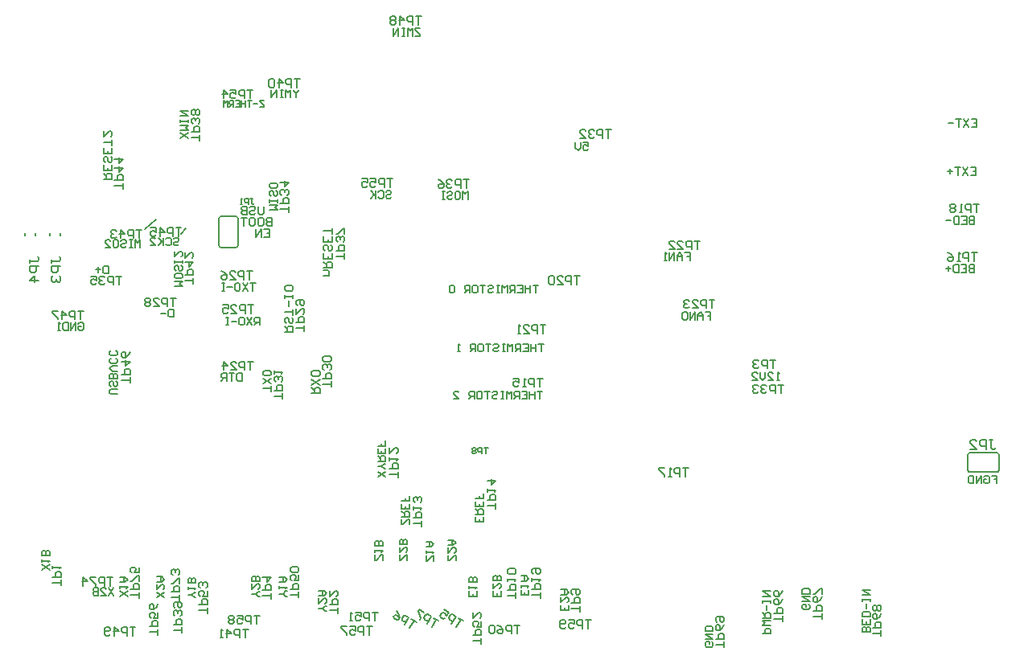
<source format=gbo>
G04 Layer_Color=32896*
%FSLAX25Y25*%
%MOIN*%
G70*
G01*
G75*
%ADD11C,0.00800*%
%ADD64C,0.00600*%
%ADD91C,0.00700*%
%ADD151C,0.00500*%
%ADD155C,0.00787*%
G54D11*
X-20100Y-38900D02*
X-18400Y-36600D01*
X-35300Y-36900D02*
X-30600Y-32900D01*
G54D64*
X2394Y-44784D02*
X3101Y-44491D01*
X3394Y-43784D01*
Y-32784D02*
X3101Y-32077D01*
X2394Y-31784D01*
X-3606D02*
X-4313Y-32077D01*
X-4606Y-32784D01*
Y-43784D02*
X-4313Y-44491D01*
X-3606Y-44784D01*
X305675Y-136825D02*
X305968Y-137532D01*
X306675Y-137825D01*
X317675D02*
X318382Y-137532D01*
X318675Y-136825D01*
Y-130825D02*
X318382Y-130118D01*
X317675Y-129825D01*
X306675D02*
X305968Y-130118D01*
X305675Y-130825D01*
X-4606Y-43784D02*
Y-32784D01*
X-3606Y-31784D02*
X2394D01*
X-3606Y-44784D02*
X2394D01*
X3394Y-43784D02*
Y-32784D01*
X306675Y-129825D02*
X317675D01*
X318675Y-136825D02*
Y-130825D01*
X305675Y-136825D02*
Y-130825D01*
X306675Y-137825D02*
X317675D01*
X120200Y-201201D02*
X117867D01*
X119034D01*
Y-204700D01*
X116701D02*
Y-201201D01*
X114952D01*
X114369Y-201784D01*
Y-202951D01*
X114952Y-203534D01*
X116701D01*
X110870Y-201201D02*
X112036Y-201784D01*
X113202Y-202951D01*
Y-204117D01*
X112619Y-204700D01*
X111453D01*
X110870Y-204117D01*
Y-203534D01*
X111453Y-202951D01*
X113202D01*
X109703Y-201784D02*
X109120Y-201201D01*
X107954D01*
X107371Y-201784D01*
Y-204117D01*
X107954Y-204700D01*
X109120D01*
X109703Y-204117D01*
Y-201784D01*
X149700Y-199101D02*
X147367D01*
X148534D01*
Y-202600D01*
X146201D02*
Y-199101D01*
X144452D01*
X143869Y-199684D01*
Y-200851D01*
X144452Y-201434D01*
X146201D01*
X140370Y-199101D02*
X142702D01*
Y-200851D01*
X141536Y-200267D01*
X140953D01*
X140370Y-200851D01*
Y-202017D01*
X140953Y-202600D01*
X142119D01*
X142702Y-202017D01*
X139203D02*
X138620Y-202600D01*
X137454D01*
X136871Y-202017D01*
Y-199684D01*
X137454Y-199101D01*
X138620D01*
X139203Y-199684D01*
Y-200267D01*
X138620Y-200851D01*
X136871D01*
X12300Y-197201D02*
X9967D01*
X11134D01*
Y-200700D01*
X8801D02*
Y-197201D01*
X7052D01*
X6469Y-197784D01*
Y-198951D01*
X7052Y-199534D01*
X8801D01*
X2970Y-197201D02*
X5302D01*
Y-198951D01*
X4136Y-198367D01*
X3553D01*
X2970Y-198951D01*
Y-200117D01*
X3553Y-200700D01*
X4719D01*
X5302Y-200117D01*
X1803Y-197784D02*
X1220Y-197201D01*
X54D01*
X-529Y-197784D01*
Y-198367D01*
X54Y-198951D01*
X-529Y-199534D01*
Y-200117D01*
X54Y-200700D01*
X1220D01*
X1803Y-200117D01*
Y-199534D01*
X1220Y-198951D01*
X1803Y-198367D01*
Y-197784D01*
X1220Y-198951D02*
X54D01*
X59000Y-201801D02*
X56667D01*
X57834D01*
Y-205300D01*
X55501D02*
Y-201801D01*
X53752D01*
X53169Y-202384D01*
Y-203551D01*
X53752Y-204134D01*
X55501D01*
X49670Y-201801D02*
X52002D01*
Y-203551D01*
X50836Y-202967D01*
X50253D01*
X49670Y-203551D01*
Y-204717D01*
X50253Y-205300D01*
X51419D01*
X52002Y-204717D01*
X48503Y-201801D02*
X46171D01*
Y-202384D01*
X48503Y-204717D01*
Y-205300D01*
X-29801D02*
Y-202967D01*
Y-204134D01*
X-33300D01*
Y-201801D02*
X-29801D01*
Y-200052D01*
X-30384Y-199469D01*
X-31551D01*
X-32134Y-200052D01*
Y-201801D01*
X-29801Y-195970D02*
Y-198302D01*
X-31551D01*
X-30967Y-197136D01*
Y-196553D01*
X-31551Y-195970D01*
X-32717D01*
X-33300Y-196553D01*
Y-197719D01*
X-32717Y-198302D01*
X-29801Y-192471D02*
X-30384Y-193637D01*
X-31551Y-194803D01*
X-32717D01*
X-33300Y-194220D01*
Y-193054D01*
X-32717Y-192471D01*
X-32134D01*
X-31551Y-193054D01*
Y-194803D01*
X-39100Y-202101D02*
X-41433D01*
X-40266D01*
Y-205600D01*
X-42599D02*
Y-202101D01*
X-44348D01*
X-44932Y-202684D01*
Y-203851D01*
X-44348Y-204434D01*
X-42599D01*
X-47847Y-205600D02*
Y-202101D01*
X-46098Y-203851D01*
X-48430D01*
X-49597Y-205017D02*
X-50180Y-205600D01*
X-51346D01*
X-51929Y-205017D01*
Y-202684D01*
X-51346Y-202101D01*
X-50180D01*
X-49597Y-202684D01*
Y-203267D01*
X-50180Y-203851D01*
X-51929D01*
X7600Y-202901D02*
X5267D01*
X6434D01*
Y-206400D01*
X4101D02*
Y-202901D01*
X2352D01*
X1769Y-203484D01*
Y-204651D01*
X2352Y-205234D01*
X4101D01*
X-1147Y-206400D02*
Y-202901D01*
X602Y-204651D01*
X-1730D01*
X-2897Y-206400D02*
X-4063D01*
X-3480D01*
Y-202901D01*
X-2897Y-203484D01*
X-19901Y-204500D02*
Y-202167D01*
Y-203334D01*
X-23400D01*
Y-201001D02*
X-19901D01*
Y-199252D01*
X-20484Y-198669D01*
X-21651D01*
X-22234Y-199252D01*
Y-201001D01*
X-20484Y-197502D02*
X-19901Y-196919D01*
Y-195753D01*
X-20484Y-195170D01*
X-21067D01*
X-21651Y-195753D01*
Y-196336D01*
Y-195753D01*
X-22234Y-195170D01*
X-22817D01*
X-23400Y-195753D01*
Y-196919D01*
X-22817Y-197502D01*
Y-194003D02*
X-23400Y-193420D01*
Y-192254D01*
X-22817Y-191671D01*
X-20484D01*
X-19901Y-192254D01*
Y-193420D01*
X-20484Y-194003D01*
X-21067D01*
X-21651Y-193420D01*
Y-191671D01*
X67400Y-16101D02*
X65067D01*
X66234D01*
Y-19600D01*
X63901D02*
Y-16101D01*
X62152D01*
X61569Y-16684D01*
Y-17851D01*
X62152Y-18434D01*
X63901D01*
X58070Y-16101D02*
X60402D01*
Y-17851D01*
X59236Y-17267D01*
X58653D01*
X58070Y-17851D01*
Y-19017D01*
X58653Y-19600D01*
X59819D01*
X60402Y-19017D01*
X54571Y-16101D02*
X56903D01*
Y-17851D01*
X55737Y-17267D01*
X55154D01*
X54571Y-17851D01*
Y-19017D01*
X55154Y-19600D01*
X56320D01*
X56903Y-19017D01*
X9500Y20699D02*
X7167D01*
X8334D01*
Y17200D01*
X6001D02*
Y20699D01*
X4252D01*
X3669Y20116D01*
Y18949D01*
X4252Y18366D01*
X6001D01*
X170Y20699D02*
X2502D01*
Y18949D01*
X1336Y19533D01*
X753D01*
X170Y18949D01*
Y17783D01*
X753Y17200D01*
X1919D01*
X2502Y17783D01*
X-2746Y17200D02*
Y20699D01*
X-997Y18949D01*
X-3329D01*
X-44800Y-56601D02*
X-47133D01*
X-45966D01*
Y-60100D01*
X-48299D02*
Y-56601D01*
X-50048D01*
X-50631Y-57184D01*
Y-58351D01*
X-50048Y-58934D01*
X-48299D01*
X-51798Y-57184D02*
X-52381Y-56601D01*
X-53547D01*
X-54130Y-57184D01*
Y-57767D01*
X-53547Y-58351D01*
X-52964D01*
X-53547D01*
X-54130Y-58934D01*
Y-59517D01*
X-53547Y-60100D01*
X-52381D01*
X-51798Y-59517D01*
X-57629Y-56601D02*
X-55297D01*
Y-58351D01*
X-56463Y-57767D01*
X-57046D01*
X-57629Y-58351D01*
Y-59517D01*
X-57046Y-60100D01*
X-55880D01*
X-55297Y-59517D01*
X-22400Y-65601D02*
X-24733D01*
X-23566D01*
Y-69100D01*
X-25899D02*
Y-65601D01*
X-27648D01*
X-28231Y-66184D01*
Y-67351D01*
X-27648Y-67934D01*
X-25899D01*
X-31730Y-69100D02*
X-29398D01*
X-31730Y-66767D01*
Y-66184D01*
X-31147Y-65601D01*
X-29981D01*
X-29398Y-66184D01*
X-32897D02*
X-33480Y-65601D01*
X-34646D01*
X-35229Y-66184D01*
Y-66767D01*
X-34646Y-67351D01*
X-35229Y-67934D01*
Y-68517D01*
X-34646Y-69100D01*
X-33480D01*
X-32897Y-68517D01*
Y-67934D01*
X-33480Y-67351D01*
X-32897Y-66767D01*
Y-66184D01*
X-33480Y-67351D02*
X-34646D01*
X110199Y-152900D02*
Y-150567D01*
Y-151734D01*
X106700D01*
Y-149401D02*
X110199D01*
Y-147652D01*
X109616Y-147069D01*
X108449D01*
X107866Y-147652D01*
Y-149401D01*
X106700Y-145902D02*
Y-144736D01*
Y-145319D01*
X110199D01*
X109616Y-145902D01*
X106700Y-141237D02*
X110199D01*
X108449Y-142987D01*
Y-140654D01*
X79499Y-160300D02*
Y-157967D01*
Y-159134D01*
X76000D01*
Y-156801D02*
X79499D01*
Y-155052D01*
X78916Y-154469D01*
X77749D01*
X77166Y-155052D01*
Y-156801D01*
X76000Y-153302D02*
Y-152136D01*
Y-152719D01*
X79499D01*
X78916Y-153302D01*
Y-150387D02*
X79499Y-149803D01*
Y-148637D01*
X78916Y-148054D01*
X78333D01*
X77749Y-148637D01*
Y-149220D01*
Y-148637D01*
X77166Y-148054D01*
X76583D01*
X76000Y-148637D01*
Y-149803D01*
X76583Y-150387D01*
X69599Y-140000D02*
Y-137667D01*
Y-138834D01*
X66100D01*
Y-136501D02*
X69599D01*
Y-134752D01*
X69016Y-134169D01*
X67849D01*
X67266Y-134752D01*
Y-136501D01*
X66100Y-133002D02*
Y-131836D01*
Y-132419D01*
X69599D01*
X69016Y-133002D01*
X66100Y-127754D02*
Y-130087D01*
X68433Y-127754D01*
X69016D01*
X69599Y-128337D01*
Y-129503D01*
X69016Y-130087D01*
X-20801Y-191000D02*
Y-188667D01*
Y-189834D01*
X-24300D01*
Y-187501D02*
X-20801D01*
Y-185752D01*
X-21384Y-185169D01*
X-22551D01*
X-23134Y-185752D01*
Y-187501D01*
X-20801Y-184002D02*
Y-181670D01*
X-21384D01*
X-23717Y-184002D01*
X-24300D01*
X-21384Y-180503D02*
X-20801Y-179920D01*
Y-178754D01*
X-21384Y-178171D01*
X-21967D01*
X-22551Y-178754D01*
Y-179337D01*
Y-178754D01*
X-23134Y-178171D01*
X-23717D01*
X-24300Y-178754D01*
Y-179920D01*
X-23717Y-180503D01*
X-48600Y-181401D02*
X-50933D01*
X-49766D01*
Y-184900D01*
X-52099D02*
Y-181401D01*
X-53848D01*
X-54431Y-181984D01*
Y-183151D01*
X-53848Y-183734D01*
X-52099D01*
X-55598Y-181401D02*
X-57930D01*
Y-181984D01*
X-55598Y-184317D01*
Y-184900D01*
X-60846D02*
Y-181401D01*
X-59097Y-183151D01*
X-61429D01*
X-37726Y-190025D02*
Y-187693D01*
Y-188859D01*
X-41225D01*
Y-186526D02*
X-37726D01*
Y-184777D01*
X-38309Y-184194D01*
X-39476D01*
X-40059Y-184777D01*
Y-186526D01*
X-37726Y-183028D02*
Y-180695D01*
X-38309D01*
X-40642Y-183028D01*
X-41225D01*
X-37726Y-177196D02*
Y-179529D01*
X-39476D01*
X-38893Y-178362D01*
Y-177779D01*
X-39476Y-177196D01*
X-40642D01*
X-41225Y-177779D01*
Y-178946D01*
X-40642Y-179529D01*
X158000Y4199D02*
X155667D01*
X156834D01*
Y700D01*
X154501D02*
Y4199D01*
X152752D01*
X152169Y3616D01*
Y2449D01*
X152752Y1866D01*
X154501D01*
X151002Y3616D02*
X150419Y4199D01*
X149253D01*
X148670Y3616D01*
Y3033D01*
X149253Y2449D01*
X149836D01*
X149253D01*
X148670Y1866D01*
Y1283D01*
X149253Y700D01*
X150419D01*
X151002Y1283D01*
X145171Y700D02*
X147503D01*
X145171Y3033D01*
Y3616D01*
X145754Y4199D01*
X146920D01*
X147503Y3616D01*
X21899Y-107400D02*
Y-105067D01*
Y-106234D01*
X18400D01*
Y-103901D02*
X21899D01*
Y-102152D01*
X21316Y-101569D01*
X20149D01*
X19566Y-102152D01*
Y-103901D01*
X21316Y-100402D02*
X21899Y-99819D01*
Y-98653D01*
X21316Y-98070D01*
X20733D01*
X20149Y-98653D01*
Y-99236D01*
Y-98653D01*
X19566Y-98070D01*
X18983D01*
X18400Y-98653D01*
Y-99819D01*
X18983Y-100402D01*
X18400Y-96903D02*
Y-95737D01*
Y-96320D01*
X21899D01*
X21316Y-96903D01*
X41999Y-102500D02*
Y-100167D01*
Y-101334D01*
X38500D01*
Y-99001D02*
X41999D01*
Y-97252D01*
X41416Y-96669D01*
X40249D01*
X39666Y-97252D01*
Y-99001D01*
X41416Y-95502D02*
X41999Y-94919D01*
Y-93753D01*
X41416Y-93170D01*
X40833D01*
X40249Y-93753D01*
Y-94336D01*
Y-93753D01*
X39666Y-93170D01*
X39083D01*
X38500Y-93753D01*
Y-94919D01*
X39083Y-95502D01*
X41416Y-92003D02*
X41999Y-91420D01*
Y-90254D01*
X41416Y-89671D01*
X39083D01*
X38500Y-90254D01*
Y-91420D01*
X39083Y-92003D01*
X41416D01*
X30899Y-79200D02*
Y-76867D01*
Y-78034D01*
X27400D01*
Y-75701D02*
X30899D01*
Y-73952D01*
X30316Y-73369D01*
X29149D01*
X28566Y-73952D01*
Y-75701D01*
X27400Y-69870D02*
Y-72202D01*
X29733Y-69870D01*
X30316D01*
X30899Y-70453D01*
Y-71619D01*
X30316Y-72202D01*
X27983Y-68703D02*
X27400Y-68120D01*
Y-66954D01*
X27983Y-66371D01*
X30316D01*
X30899Y-66954D01*
Y-68120D01*
X30316Y-68703D01*
X29733D01*
X29149Y-68120D01*
Y-66371D01*
X9300Y-54401D02*
X6967D01*
X8134D01*
Y-57900D01*
X5801D02*
Y-54401D01*
X4052D01*
X3469Y-54984D01*
Y-56151D01*
X4052Y-56734D01*
X5801D01*
X-30Y-57900D02*
X2302D01*
X-30Y-55567D01*
Y-54984D01*
X553Y-54401D01*
X1719D01*
X2302Y-54984D01*
X-3529Y-54401D02*
X-2363Y-54984D01*
X-1197Y-56151D01*
Y-57317D01*
X-1780Y-57900D01*
X-2946D01*
X-3529Y-57317D01*
Y-56734D01*
X-2946Y-56151D01*
X-1197D01*
X9800Y-68401D02*
X7467D01*
X8634D01*
Y-71900D01*
X6301D02*
Y-68401D01*
X4552D01*
X3968Y-68984D01*
Y-70151D01*
X4552Y-70734D01*
X6301D01*
X470Y-71900D02*
X2802D01*
X470Y-69567D01*
Y-68984D01*
X1053Y-68401D01*
X2219D01*
X2802Y-68984D01*
X-3029Y-68401D02*
X-697D01*
Y-70151D01*
X-1863Y-69567D01*
X-2446D01*
X-3029Y-70151D01*
Y-71317D01*
X-2446Y-71900D01*
X-1280D01*
X-697Y-71317D01*
X9700Y-92001D02*
X7367D01*
X8534D01*
Y-95500D01*
X6201D02*
Y-92001D01*
X4452D01*
X3869Y-92584D01*
Y-93751D01*
X4452Y-94334D01*
X6201D01*
X370Y-95500D02*
X2702D01*
X370Y-93167D01*
Y-92584D01*
X953Y-92001D01*
X2119D01*
X2702Y-92584D01*
X-2546Y-95500D02*
Y-92001D01*
X-797Y-93751D01*
X-3129D01*
X310500Y-26601D02*
X308167D01*
X309334D01*
Y-30100D01*
X307001D02*
Y-26601D01*
X305252D01*
X304669Y-27184D01*
Y-28351D01*
X305252Y-28934D01*
X307001D01*
X303502Y-30100D02*
X302336D01*
X302919D01*
Y-26601D01*
X303502Y-27184D01*
X300587D02*
X300003Y-26601D01*
X298837D01*
X298254Y-27184D01*
Y-27767D01*
X298837Y-28351D01*
X298254Y-28934D01*
Y-29517D01*
X298837Y-30100D01*
X300003D01*
X300587Y-29517D01*
Y-28934D01*
X300003Y-28351D01*
X300587Y-27767D01*
Y-27184D01*
X300003Y-28351D02*
X298837D01*
X190000Y-136101D02*
X187667D01*
X188834D01*
Y-139600D01*
X186501D02*
Y-136101D01*
X184752D01*
X184169Y-136684D01*
Y-137851D01*
X184752Y-138434D01*
X186501D01*
X183002Y-139600D02*
X181836D01*
X182419D01*
Y-136101D01*
X183002Y-136684D01*
X180087Y-136101D02*
X177754D01*
Y-136684D01*
X180087Y-139017D01*
Y-139600D01*
X309700Y-46801D02*
X307367D01*
X308534D01*
Y-50300D01*
X306201D02*
Y-46801D01*
X304452D01*
X303869Y-47384D01*
Y-48551D01*
X304452Y-49134D01*
X306201D01*
X302702Y-50300D02*
X301536D01*
X302119D01*
Y-46801D01*
X302702Y-47384D01*
X297454Y-46801D02*
X298620Y-47384D01*
X299786Y-48551D01*
Y-49717D01*
X299203Y-50300D01*
X298037D01*
X297454Y-49717D01*
Y-49134D01*
X298037Y-48551D01*
X299786D01*
X226200Y-91201D02*
X223867D01*
X225034D01*
Y-94700D01*
X222701D02*
Y-91201D01*
X220952D01*
X220369Y-91784D01*
Y-92951D01*
X220952Y-93534D01*
X222701D01*
X219202Y-91784D02*
X218619Y-91201D01*
X217453D01*
X216870Y-91784D01*
Y-92367D01*
X217453Y-92951D01*
X218036D01*
X217453D01*
X216870Y-93534D01*
Y-94117D01*
X217453Y-94700D01*
X218619D01*
X219202Y-94117D01*
X130900Y-76701D02*
X128567D01*
X129734D01*
Y-80200D01*
X127401D02*
Y-76701D01*
X125652D01*
X125069Y-77284D01*
Y-78451D01*
X125652Y-79034D01*
X127401D01*
X121570Y-80200D02*
X123902D01*
X121570Y-77867D01*
Y-77284D01*
X122153Y-76701D01*
X123319D01*
X123902Y-77284D01*
X120403Y-80200D02*
X119237D01*
X119820D01*
Y-76701D01*
X120403Y-77284D01*
X145000Y-56501D02*
X142667D01*
X143834D01*
Y-60000D01*
X141501D02*
Y-56501D01*
X139752D01*
X139169Y-57084D01*
Y-58251D01*
X139752Y-58834D01*
X141501D01*
X135670Y-60000D02*
X138002D01*
X135670Y-57667D01*
Y-57084D01*
X136253Y-56501D01*
X137419D01*
X138002Y-57084D01*
X134503D02*
X133920Y-56501D01*
X132754D01*
X132171Y-57084D01*
Y-59417D01*
X132754Y-60000D01*
X133920D01*
X134503Y-59417D01*
Y-57084D01*
X129600Y-98901D02*
X127267D01*
X128434D01*
Y-102400D01*
X126101D02*
Y-98901D01*
X124352D01*
X123769Y-99484D01*
Y-100651D01*
X124352Y-101234D01*
X126101D01*
X122602Y-102400D02*
X121436D01*
X122019D01*
Y-98901D01*
X122602Y-99484D01*
X117354Y-98901D02*
X119686D01*
Y-100651D01*
X118520Y-100067D01*
X117937D01*
X117354Y-100651D01*
Y-101817D01*
X117937Y-102400D01*
X119103D01*
X119686Y-101817D01*
X24399Y-29900D02*
Y-27567D01*
Y-28734D01*
X20900D01*
Y-26401D02*
X24399D01*
Y-24652D01*
X23816Y-24069D01*
X22649D01*
X22066Y-24652D01*
Y-26401D01*
X23816Y-22902D02*
X24399Y-22319D01*
Y-21153D01*
X23816Y-20570D01*
X23233D01*
X22649Y-21153D01*
Y-21736D01*
Y-21153D01*
X22066Y-20570D01*
X21483D01*
X20900Y-21153D01*
Y-22319D01*
X21483Y-22902D01*
X20900Y-17654D02*
X24399D01*
X22649Y-19403D01*
Y-17071D01*
X99100Y-16501D02*
X96767D01*
X97934D01*
Y-20000D01*
X95601D02*
Y-16501D01*
X93852D01*
X93269Y-17084D01*
Y-18251D01*
X93852Y-18834D01*
X95601D01*
X92102Y-17084D02*
X91519Y-16501D01*
X90353D01*
X89770Y-17084D01*
Y-17667D01*
X90353Y-18251D01*
X90936D01*
X90353D01*
X89770Y-18834D01*
Y-19417D01*
X90353Y-20000D01*
X91519D01*
X92102Y-19417D01*
X86271Y-16501D02*
X87437Y-17084D01*
X88603Y-18251D01*
Y-19417D01*
X88020Y-20000D01*
X86854D01*
X86271Y-19417D01*
Y-18834D01*
X86854Y-18251D01*
X88603D01*
X47499Y-49400D02*
Y-47067D01*
Y-48234D01*
X44000D01*
Y-45901D02*
X47499D01*
Y-44152D01*
X46916Y-43569D01*
X45749D01*
X45166Y-44152D01*
Y-45901D01*
X46916Y-42402D02*
X47499Y-41819D01*
Y-40653D01*
X46916Y-40070D01*
X46333D01*
X45749Y-40653D01*
Y-41236D01*
Y-40653D01*
X45166Y-40070D01*
X44583D01*
X44000Y-40653D01*
Y-41819D01*
X44583Y-42402D01*
X47499Y-38903D02*
Y-36571D01*
X46916D01*
X44583Y-38903D01*
X44000D01*
X-12501Y-300D02*
Y2033D01*
Y866D01*
X-16000D01*
Y3199D02*
X-12501D01*
Y4948D01*
X-13084Y5531D01*
X-14251D01*
X-14834Y4948D01*
Y3199D01*
X-13084Y6698D02*
X-12501Y7281D01*
Y8447D01*
X-13084Y9030D01*
X-13667D01*
X-14251Y8447D01*
Y7864D01*
Y8447D01*
X-14834Y9030D01*
X-15417D01*
X-16000Y8447D01*
Y7281D01*
X-15417Y6698D01*
X-13084Y10197D02*
X-12501Y10780D01*
Y11946D01*
X-13084Y12529D01*
X-13667D01*
X-14251Y11946D01*
X-14834Y12529D01*
X-15417D01*
X-16000Y11946D01*
Y10780D01*
X-15417Y10197D01*
X-14834D01*
X-14251Y10780D01*
X-13667Y10197D01*
X-13084D01*
X-14251Y10780D02*
Y11946D01*
X29000Y25299D02*
X26667D01*
X27834D01*
Y21800D01*
X25501D02*
Y25299D01*
X23752D01*
X23168Y24716D01*
Y23549D01*
X23752Y22966D01*
X25501D01*
X20253Y21800D02*
Y25299D01*
X22002Y23549D01*
X19670D01*
X18503Y24716D02*
X17920Y25299D01*
X16754D01*
X16171Y24716D01*
Y22383D01*
X16754Y21800D01*
X17920D01*
X18503Y22383D01*
Y24716D01*
X-15101Y-59600D02*
Y-57267D01*
Y-58434D01*
X-18600D01*
Y-56101D02*
X-15101D01*
Y-54352D01*
X-15684Y-53769D01*
X-16851D01*
X-17434Y-54352D01*
Y-56101D01*
X-18600Y-50853D02*
X-15101D01*
X-16851Y-52602D01*
Y-50270D01*
X-18600Y-46771D02*
Y-49103D01*
X-16267Y-46771D01*
X-15684D01*
X-15101Y-47354D01*
Y-48520D01*
X-15684Y-49103D01*
X-36600Y-37301D02*
X-38933D01*
X-37766D01*
Y-40800D01*
X-40099D02*
Y-37301D01*
X-41848D01*
X-42432Y-37884D01*
Y-39051D01*
X-41848Y-39634D01*
X-40099D01*
X-45347Y-40800D02*
Y-37301D01*
X-43598Y-39051D01*
X-45930D01*
X-47097Y-37884D02*
X-47680Y-37301D01*
X-48846D01*
X-49429Y-37884D01*
Y-38467D01*
X-48846Y-39051D01*
X-48263D01*
X-48846D01*
X-49429Y-39634D01*
Y-40217D01*
X-48846Y-40800D01*
X-47680D01*
X-47097Y-40217D01*
X-44301Y-20300D02*
Y-17967D01*
Y-19134D01*
X-47800D01*
Y-16801D02*
X-44301D01*
Y-15052D01*
X-44884Y-14469D01*
X-46051D01*
X-46634Y-15052D01*
Y-16801D01*
X-47800Y-11553D02*
X-44301D01*
X-46051Y-13302D01*
Y-10970D01*
X-47800Y-8054D02*
X-44301D01*
X-46051Y-9803D01*
Y-7471D01*
X-20100Y-36501D02*
X-22433D01*
X-21266D01*
Y-40000D01*
X-23599D02*
Y-36501D01*
X-25348D01*
X-25932Y-37084D01*
Y-38251D01*
X-25348Y-38834D01*
X-23599D01*
X-28847Y-40000D02*
Y-36501D01*
X-27098Y-38251D01*
X-29430D01*
X-32929Y-36501D02*
X-30597D01*
Y-38251D01*
X-31763Y-37667D01*
X-32346D01*
X-32929Y-38251D01*
Y-39417D01*
X-32346Y-40000D01*
X-31180D01*
X-30597Y-39417D01*
X-41401Y-100700D02*
Y-98367D01*
Y-99534D01*
X-44900D01*
Y-97201D02*
X-41401D01*
Y-95452D01*
X-41984Y-94869D01*
X-43151D01*
X-43734Y-95452D01*
Y-97201D01*
X-44900Y-91953D02*
X-41401D01*
X-43151Y-93702D01*
Y-91370D01*
X-41401Y-87871D02*
X-41984Y-89037D01*
X-43151Y-90203D01*
X-44317D01*
X-44900Y-89620D01*
Y-88454D01*
X-44317Y-87871D01*
X-43734D01*
X-43151Y-88454D01*
Y-90203D01*
X-60700Y-71001D02*
X-63033D01*
X-61866D01*
Y-74500D01*
X-64199D02*
Y-71001D01*
X-65948D01*
X-66531Y-71584D01*
Y-72751D01*
X-65948Y-73334D01*
X-64199D01*
X-69447Y-74500D02*
Y-71001D01*
X-67698Y-72751D01*
X-70030D01*
X-71197Y-71001D02*
X-73529D01*
Y-71584D01*
X-71197Y-73917D01*
Y-74500D01*
X79300Y51299D02*
X76967D01*
X78134D01*
Y47800D01*
X75801D02*
Y51299D01*
X74052D01*
X73469Y50716D01*
Y49549D01*
X74052Y48966D01*
X75801D01*
X70553Y47800D02*
Y51299D01*
X72302Y49549D01*
X69970D01*
X68803Y50716D02*
X68220Y51299D01*
X67054D01*
X66471Y50716D01*
Y50133D01*
X67054Y49549D01*
X66471Y48966D01*
Y48383D01*
X67054Y47800D01*
X68220D01*
X68803Y48383D01*
Y48966D01*
X68220Y49549D01*
X68803Y50133D01*
Y50716D01*
X68220Y49549D02*
X67054D01*
X228999Y-199700D02*
Y-197367D01*
Y-198534D01*
X225500D01*
Y-196201D02*
X228999D01*
Y-194452D01*
X228416Y-193869D01*
X227249D01*
X226666Y-194452D01*
Y-196201D01*
X228999Y-190370D02*
X228416Y-191536D01*
X227249Y-192702D01*
X226083D01*
X225500Y-192119D01*
Y-190953D01*
X226083Y-190370D01*
X226666D01*
X227249Y-190953D01*
Y-192702D01*
X228999Y-186871D02*
X228416Y-188037D01*
X227249Y-189203D01*
X226083D01*
X225500Y-188620D01*
Y-187454D01*
X226083Y-186871D01*
X226666D01*
X227249Y-187454D01*
Y-189203D01*
X245299Y-198800D02*
Y-196467D01*
Y-197634D01*
X241800D01*
Y-195301D02*
X245299D01*
Y-193552D01*
X244716Y-192969D01*
X243549D01*
X242966Y-193552D01*
Y-195301D01*
X245299Y-189470D02*
X244716Y-190636D01*
X243549Y-191802D01*
X242383D01*
X241800Y-191219D01*
Y-190053D01*
X242383Y-189470D01*
X242966D01*
X243549Y-190053D01*
Y-191802D01*
X245299Y-188303D02*
Y-185971D01*
X244716D01*
X242383Y-188303D01*
X241800D01*
X269899Y-205700D02*
Y-203367D01*
Y-204534D01*
X266400D01*
Y-202201D02*
X269899D01*
Y-200452D01*
X269316Y-199869D01*
X268149D01*
X267566Y-200452D01*
Y-202201D01*
X269899Y-196370D02*
X269316Y-197536D01*
X268149Y-198702D01*
X266983D01*
X266400Y-198119D01*
Y-196953D01*
X266983Y-196370D01*
X267566D01*
X268149Y-196953D01*
Y-198702D01*
X269316Y-195203D02*
X269899Y-194620D01*
Y-193454D01*
X269316Y-192871D01*
X268733D01*
X268149Y-193454D01*
X267566Y-192871D01*
X266983D01*
X266400Y-193454D01*
Y-194620D01*
X266983Y-195203D01*
X267566D01*
X268149Y-194620D01*
X268733Y-195203D01*
X269316D01*
X268149Y-194620D02*
Y-193454D01*
X204799Y-210500D02*
Y-208167D01*
Y-209334D01*
X201300D01*
Y-207001D02*
X204799D01*
Y-205252D01*
X204216Y-204669D01*
X203049D01*
X202466Y-205252D01*
Y-207001D01*
X204799Y-201170D02*
X204216Y-202336D01*
X203049Y-203502D01*
X201883D01*
X201300Y-202919D01*
Y-201753D01*
X201883Y-201170D01*
X202466D01*
X203049Y-201753D01*
Y-203502D01*
X201883Y-200003D02*
X201300Y-199420D01*
Y-198254D01*
X201883Y-197671D01*
X204216D01*
X204799Y-198254D01*
Y-199420D01*
X204216Y-200003D01*
X203633D01*
X203049Y-199420D01*
Y-197671D01*
X-70001Y-184800D02*
Y-182467D01*
Y-183634D01*
X-73500D01*
Y-181301D02*
X-70001D01*
Y-179552D01*
X-70584Y-178969D01*
X-71751D01*
X-72334Y-179552D01*
Y-181301D01*
X-73500Y-177802D02*
Y-176636D01*
Y-177219D01*
X-70001D01*
X-70584Y-177802D01*
X44799Y-196300D02*
Y-193967D01*
Y-195134D01*
X41300D01*
Y-192801D02*
X44799D01*
Y-191052D01*
X44216Y-190469D01*
X43049D01*
X42466Y-191052D01*
Y-192801D01*
X41300Y-186970D02*
Y-189302D01*
X43633Y-186970D01*
X44216D01*
X44799Y-187553D01*
Y-188719D01*
X44216Y-189302D01*
X16999Y-190200D02*
Y-187867D01*
Y-189034D01*
X13500D01*
Y-186701D02*
X16999D01*
Y-184952D01*
X16416Y-184369D01*
X15249D01*
X14666Y-184952D01*
Y-186701D01*
X13500Y-181453D02*
X16999D01*
X15249Y-183202D01*
Y-180870D01*
X28499Y-189800D02*
Y-187467D01*
Y-188634D01*
X25000D01*
Y-186301D02*
X28499D01*
Y-184552D01*
X27916Y-183969D01*
X26749D01*
X26166Y-184552D01*
Y-186301D01*
X28499Y-180470D02*
Y-182802D01*
X26749D01*
X27333Y-181636D01*
Y-181053D01*
X26749Y-180470D01*
X25583D01*
X25000Y-181053D01*
Y-182219D01*
X25583Y-182802D01*
X27916Y-179303D02*
X28499Y-178720D01*
Y-177554D01*
X27916Y-176971D01*
X25583D01*
X25000Y-177554D01*
Y-178720D01*
X25583Y-179303D01*
X27916D01*
X-9401Y-196300D02*
Y-193967D01*
Y-195134D01*
X-12900D01*
Y-192801D02*
X-9401D01*
Y-191052D01*
X-9984Y-190469D01*
X-11151D01*
X-11734Y-191052D01*
Y-192801D01*
X-9401Y-186970D02*
Y-189302D01*
X-11151D01*
X-10567Y-188136D01*
Y-187553D01*
X-11151Y-186970D01*
X-12317D01*
X-12900Y-187553D01*
Y-188719D01*
X-12317Y-189302D01*
X-9984Y-185803D02*
X-9401Y-185220D01*
Y-184054D01*
X-9984Y-183471D01*
X-10567D01*
X-11151Y-184054D01*
Y-184637D01*
Y-184054D01*
X-11734Y-183471D01*
X-12317D01*
X-12900Y-184054D01*
Y-185220D01*
X-12317Y-185803D01*
X96649Y-199470D02*
X94629Y-198304D01*
X95639Y-198887D01*
X93890Y-201917D01*
X91870Y-200751D02*
X93619Y-197721D01*
X92104Y-196846D01*
X91308Y-197059D01*
X90724Y-198069D01*
X90938Y-198866D01*
X92453Y-199741D01*
X88569Y-194805D02*
X90589Y-195971D01*
X89714Y-197486D01*
X88996Y-196398D01*
X88491Y-196106D01*
X87694Y-196320D01*
X87111Y-197330D01*
X87325Y-198126D01*
X88335Y-198710D01*
X89131Y-198496D01*
X77249Y-199870D02*
X75229Y-198704D01*
X76239Y-199287D01*
X74490Y-202317D01*
X72470Y-201151D02*
X74219Y-198120D01*
X72704Y-197246D01*
X71908Y-197459D01*
X71324Y-198469D01*
X71538Y-199266D01*
X73053Y-200141D01*
X69169Y-195205D02*
X69888Y-196293D01*
X70315Y-197886D01*
X69731Y-198896D01*
X68935Y-199110D01*
X67925Y-198526D01*
X67711Y-197730D01*
X68003Y-197225D01*
X68799Y-197011D01*
X70315Y-197886D01*
X86449Y-199470D02*
X84429Y-198304D01*
X85439Y-198887D01*
X83690Y-201917D01*
X81670Y-200751D02*
X83419Y-197721D01*
X81904Y-196846D01*
X81108Y-197059D01*
X80524Y-198069D01*
X80738Y-198866D01*
X82253Y-199741D01*
X80389Y-195971D02*
X78369Y-194805D01*
X78078Y-195310D01*
X78931Y-198496D01*
X78640Y-199001D01*
X61300Y-195901D02*
X58967D01*
X60134D01*
Y-199400D01*
X57801D02*
Y-195901D01*
X56052D01*
X55469Y-196484D01*
Y-197651D01*
X56052Y-198234D01*
X57801D01*
X51970Y-195901D02*
X54302D01*
Y-197651D01*
X53136Y-197067D01*
X52553D01*
X51970Y-197651D01*
Y-198817D01*
X52553Y-199400D01*
X53719D01*
X54302Y-198817D01*
X50803Y-199400D02*
X49637D01*
X50220D01*
Y-195901D01*
X50803Y-196484D01*
X144999Y-195600D02*
Y-193267D01*
Y-194434D01*
X141500D01*
Y-192101D02*
X144999D01*
Y-190352D01*
X144416Y-189769D01*
X143249D01*
X142666Y-190352D01*
Y-192101D01*
X142083Y-188602D02*
X141500Y-188019D01*
Y-186853D01*
X142083Y-186270D01*
X144416D01*
X144999Y-186853D01*
Y-188019D01*
X144416Y-188602D01*
X143833D01*
X143249Y-188019D01*
Y-186270D01*
X118499Y-190100D02*
Y-187767D01*
Y-188934D01*
X115000D01*
Y-186601D02*
X118499D01*
Y-184852D01*
X117916Y-184269D01*
X116749D01*
X116166Y-184852D01*
Y-186601D01*
X115000Y-183102D02*
Y-181936D01*
Y-182519D01*
X118499D01*
X117916Y-183102D01*
Y-180186D02*
X118499Y-179603D01*
Y-178437D01*
X117916Y-177854D01*
X115583D01*
X115000Y-178437D01*
Y-179603D01*
X115583Y-180186D01*
X117916D01*
X128599Y-189900D02*
Y-187567D01*
Y-188734D01*
X125100D01*
Y-186401D02*
X128599D01*
Y-184652D01*
X128016Y-184069D01*
X126849D01*
X126266Y-184652D01*
Y-186401D01*
X125100Y-182902D02*
Y-181736D01*
Y-182319D01*
X128599D01*
X128016Y-182902D01*
X125683Y-179987D02*
X125100Y-179403D01*
Y-178237D01*
X125683Y-177654D01*
X128016D01*
X128599Y-178237D01*
Y-179403D01*
X128016Y-179987D01*
X127433D01*
X126849Y-179403D01*
Y-177654D01*
X104199Y-208900D02*
Y-206567D01*
Y-207734D01*
X100700D01*
Y-205401D02*
X104199D01*
Y-203652D01*
X103616Y-203069D01*
X102449D01*
X101866Y-203652D01*
Y-205401D01*
X104199Y-199570D02*
Y-201902D01*
X102449D01*
X103033Y-200736D01*
Y-200153D01*
X102449Y-199570D01*
X101283D01*
X100700Y-200153D01*
Y-201319D01*
X101283Y-201902D01*
X100700Y-196071D02*
Y-198403D01*
X103033Y-196071D01*
X103616D01*
X104199Y-196654D01*
Y-197820D01*
X103616Y-198403D01*
X194800Y-41901D02*
X192467D01*
X193634D01*
Y-45400D01*
X191301D02*
Y-41901D01*
X189552D01*
X188969Y-42484D01*
Y-43651D01*
X189552Y-44234D01*
X191301D01*
X185470Y-45400D02*
X187802D01*
X185470Y-43067D01*
Y-42484D01*
X186053Y-41901D01*
X187219D01*
X187802Y-42484D01*
X181971Y-45400D02*
X184303D01*
X181971Y-43067D01*
Y-42484D01*
X182554Y-41901D01*
X183720D01*
X184303Y-42484D01*
X200900Y-66301D02*
X198567D01*
X199734D01*
Y-69800D01*
X197401D02*
Y-66301D01*
X195652D01*
X195069Y-66884D01*
Y-68051D01*
X195652Y-68634D01*
X197401D01*
X191570Y-69800D02*
X193902D01*
X191570Y-67467D01*
Y-66884D01*
X192153Y-66301D01*
X193319D01*
X193902Y-66884D01*
X190403D02*
X189820Y-66301D01*
X188654D01*
X188071Y-66884D01*
Y-67467D01*
X188654Y-68051D01*
X189237D01*
X188654D01*
X188071Y-68634D01*
Y-69217D01*
X188654Y-69800D01*
X189820D01*
X190403Y-69217D01*
X229400Y-101601D02*
X227067D01*
X228234D01*
Y-105100D01*
X225901D02*
Y-101601D01*
X224152D01*
X223569Y-102184D01*
Y-103351D01*
X224152Y-103934D01*
X225901D01*
X222402Y-102184D02*
X221819Y-101601D01*
X220653D01*
X220070Y-102184D01*
Y-102767D01*
X220653Y-103351D01*
X221236D01*
X220653D01*
X220070Y-103934D01*
Y-104517D01*
X220653Y-105100D01*
X221819D01*
X222402Y-104517D01*
X218903Y-102184D02*
X218320Y-101601D01*
X217154D01*
X216571Y-102184D01*
Y-102767D01*
X217154Y-103351D01*
X217737D01*
X217154D01*
X216571Y-103934D01*
Y-104517D01*
X217154Y-105100D01*
X218320D01*
X218903Y-104517D01*
X-74701Y-178300D02*
X-77900Y-176167D01*
X-74701D02*
X-77900Y-178300D01*
Y-175101D02*
Y-174035D01*
Y-174568D01*
X-74701D01*
X-75234Y-175101D01*
X-74701Y-172435D02*
X-77900D01*
Y-170836D01*
X-77367Y-170303D01*
X-76834D01*
X-76301Y-170836D01*
Y-172435D01*
Y-170836D01*
X-75767Y-170303D01*
X-75234D01*
X-74701Y-170836D01*
Y-172435D01*
X-42401Y-189200D02*
X-45600Y-187067D01*
X-42401D02*
X-45600Y-189200D01*
Y-186001D02*
Y-184935D01*
Y-185468D01*
X-42401D01*
X-42934Y-186001D01*
X-45600Y-183335D02*
X-43467D01*
X-42401Y-182269D01*
X-43467Y-181203D01*
X-45600D01*
X-44001D01*
Y-183335D01*
X-27101Y-189700D02*
X-30300Y-187567D01*
X-27101D02*
X-30300Y-189700D01*
Y-184368D02*
Y-186501D01*
X-28167Y-184368D01*
X-27634D01*
X-27101Y-184901D01*
Y-185968D01*
X-27634Y-186501D01*
X-30300Y-183302D02*
X-28167D01*
X-27101Y-182236D01*
X-28167Y-181169D01*
X-30300D01*
X-28701D01*
Y-183302D01*
X307242Y8474D02*
X309375D01*
Y5275D01*
X307242D01*
X309375Y6874D02*
X308309D01*
X306176Y8474D02*
X304043Y5275D01*
Y8474D02*
X306176Y5275D01*
X302977Y8474D02*
X300844D01*
X301910D01*
Y5275D01*
X299778Y6874D02*
X297645D01*
X306942Y-11526D02*
X309075D01*
Y-14725D01*
X306942D01*
X309075Y-13126D02*
X308009D01*
X305876Y-11526D02*
X303743Y-14725D01*
Y-11526D02*
X305876Y-14725D01*
X302677Y-11526D02*
X300544D01*
X301610D01*
Y-14725D01*
X299478Y-13126D02*
X297345D01*
X298412Y-12059D02*
Y-14192D01*
X308475Y-31726D02*
Y-34925D01*
X306875D01*
X306342Y-34392D01*
Y-33859D01*
X306875Y-33326D01*
X308475D01*
X306875D01*
X306342Y-32793D01*
Y-32259D01*
X306875Y-31726D01*
X308475D01*
X303143D02*
X305276D01*
Y-34925D01*
X303143D01*
X305276Y-33326D02*
X304209D01*
X302077Y-31726D02*
Y-34925D01*
X300477D01*
X299944Y-34392D01*
Y-32259D01*
X300477Y-31726D01*
X302077D01*
X298878Y-33326D02*
X296745D01*
X308375Y-51826D02*
Y-55025D01*
X306775D01*
X306242Y-54492D01*
Y-53959D01*
X306775Y-53426D01*
X308375D01*
X306775D01*
X306242Y-52893D01*
Y-52359D01*
X306775Y-51826D01*
X308375D01*
X303043D02*
X305176D01*
Y-55025D01*
X303043D01*
X305176Y-53426D02*
X304110D01*
X301977Y-51826D02*
Y-55025D01*
X300377D01*
X299844Y-54492D01*
Y-52359D01*
X300377Y-51826D01*
X301977D01*
X298778Y-53426D02*
X296645D01*
X297712Y-52359D02*
Y-54492D01*
X-46601Y-105500D02*
X-49267D01*
X-49800Y-104967D01*
Y-103901D01*
X-49267Y-103367D01*
X-46601D01*
X-47134Y-100168D02*
X-46601Y-100701D01*
Y-101768D01*
X-47134Y-102301D01*
X-47667D01*
X-48201Y-101768D01*
Y-100701D01*
X-48734Y-100168D01*
X-49267D01*
X-49800Y-100701D01*
Y-101768D01*
X-49267Y-102301D01*
X-46601Y-99102D02*
X-49800D01*
Y-97503D01*
X-49267Y-96969D01*
X-48734D01*
X-48201Y-97503D01*
Y-99102D01*
Y-97503D01*
X-47667Y-96969D01*
X-47134D01*
X-46601Y-97503D01*
Y-99102D01*
Y-95903D02*
X-48734D01*
X-49800Y-94837D01*
X-48734Y-93770D01*
X-46601D01*
X-47134Y-90571D02*
X-46601Y-91105D01*
Y-92171D01*
X-47134Y-92704D01*
X-49267D01*
X-49800Y-92171D01*
Y-91105D01*
X-49267Y-90571D01*
X-47134Y-87372D02*
X-46601Y-87906D01*
Y-88972D01*
X-47134Y-89505D01*
X-49267D01*
X-49800Y-88972D01*
Y-87906D01*
X-49267Y-87372D01*
X-62833Y-76234D02*
X-62300Y-75701D01*
X-61233D01*
X-60700Y-76234D01*
Y-78367D01*
X-61233Y-78900D01*
X-62300D01*
X-62833Y-78367D01*
Y-77301D01*
X-61766D01*
X-63899Y-78900D02*
Y-75701D01*
X-66032Y-78900D01*
Y-75701D01*
X-67098D02*
Y-78900D01*
X-68697D01*
X-69231Y-78367D01*
Y-76234D01*
X-68697Y-75701D01*
X-67098D01*
X-70297Y-78900D02*
X-71363D01*
X-70830D01*
Y-75701D01*
X-70297Y-76234D01*
X-23400Y-70301D02*
Y-73500D01*
X-24999D01*
X-25533Y-72967D01*
Y-70834D01*
X-24999Y-70301D01*
X-23400D01*
X-26599Y-71900D02*
X-28732D01*
X-50400Y-52201D02*
Y-55400D01*
X-51999D01*
X-52533Y-54867D01*
Y-52734D01*
X-51999Y-52201D01*
X-50400D01*
X-53599Y-53800D02*
X-55732D01*
X-54665Y-52734D02*
Y-54867D01*
X146367Y-1101D02*
X148500D01*
Y-2701D01*
X147434Y-2167D01*
X146900D01*
X146367Y-2701D01*
Y-3767D01*
X146900Y-4300D01*
X147967D01*
X148500Y-3767D01*
X145301Y-1101D02*
Y-3234D01*
X144235Y-4300D01*
X143168Y-3234D01*
Y-1101D01*
X98600Y-24600D02*
Y-21401D01*
X97534Y-22467D01*
X96467Y-21401D01*
Y-24600D01*
X93801Y-21401D02*
X94868D01*
X95401Y-21934D01*
Y-24067D01*
X94868Y-24600D01*
X93801D01*
X93268Y-24067D01*
Y-21934D01*
X93801Y-21401D01*
X90069Y-21934D02*
X90603Y-21401D01*
X91669D01*
X92202Y-21934D01*
Y-22467D01*
X91669Y-23000D01*
X90603D01*
X90069Y-23534D01*
Y-24067D01*
X90603Y-24600D01*
X91669D01*
X92202Y-24067D01*
X89003Y-21401D02*
X87937D01*
X88470D01*
Y-24600D01*
X89003D01*
X87937D01*
X64667Y-21634D02*
X65201Y-21101D01*
X66267D01*
X66800Y-21634D01*
Y-22167D01*
X66267Y-22701D01*
X65201D01*
X64667Y-23234D01*
Y-23767D01*
X65201Y-24300D01*
X66267D01*
X66800Y-23767D01*
X61468Y-21634D02*
X62002Y-21101D01*
X63068D01*
X63601Y-21634D01*
Y-23767D01*
X63068Y-24300D01*
X62002D01*
X61468Y-23767D01*
X60402Y-21101D02*
Y-24300D01*
Y-23234D01*
X58269Y-21101D01*
X59869Y-22701D01*
X58269Y-24300D01*
X16500Y-29100D02*
X19699D01*
X18633Y-28034D01*
X19699Y-26967D01*
X16500D01*
X19699Y-25901D02*
Y-24835D01*
Y-25368D01*
X16500D01*
Y-25901D01*
Y-24835D01*
X19166Y-21103D02*
X19699Y-21636D01*
Y-22702D01*
X19166Y-23235D01*
X18633D01*
X18100Y-22702D01*
Y-21636D01*
X17566Y-21103D01*
X17033D01*
X16500Y-21636D01*
Y-22702D01*
X17033Y-23235D01*
X19699Y-18437D02*
Y-19503D01*
X19166Y-20036D01*
X17033D01*
X16500Y-19503D01*
Y-18437D01*
X17033Y-17904D01*
X19166D01*
X19699Y-18437D01*
X78900Y46299D02*
X76767D01*
Y45766D01*
X78900Y43633D01*
Y43100D01*
X76767D01*
X75701D02*
Y46299D01*
X74635Y45233D01*
X73568Y46299D01*
Y43100D01*
X72502Y46299D02*
X71436D01*
X71969D01*
Y43100D01*
X72502D01*
X71436D01*
X69836D02*
Y46299D01*
X67704Y43100D01*
Y46299D01*
X28400Y20799D02*
Y20266D01*
X27334Y19199D01*
X26267Y20266D01*
Y20799D01*
X27334Y19199D02*
Y17600D01*
X25201D02*
Y20799D01*
X24135Y19733D01*
X23068Y20799D01*
Y17600D01*
X22002Y20799D02*
X20936D01*
X21469D01*
Y17600D01*
X22002D01*
X20936D01*
X19336D02*
Y20799D01*
X17204Y17600D01*
Y20799D01*
X-17301Y800D02*
X-20500Y2933D01*
X-17301D02*
X-20500Y800D01*
Y3999D02*
X-17301D01*
X-18367Y5065D01*
X-17301Y6132D01*
X-20500D01*
X-17301Y7198D02*
Y8264D01*
Y7731D01*
X-20500D01*
Y7198D01*
Y8264D01*
Y9864D02*
X-17301D01*
X-20500Y11996D01*
X-17301D01*
X-37200Y-44700D02*
Y-41501D01*
X-38266Y-42567D01*
X-39333Y-41501D01*
Y-44700D01*
X-40399Y-41501D02*
X-41465D01*
X-40932D01*
Y-44700D01*
X-40399D01*
X-41465D01*
X-45197Y-42034D02*
X-44664Y-41501D01*
X-43598D01*
X-43065Y-42034D01*
Y-42567D01*
X-43598Y-43101D01*
X-44664D01*
X-45197Y-43634D01*
Y-44167D01*
X-44664Y-44700D01*
X-43598D01*
X-43065Y-44167D01*
X-47863Y-41501D02*
X-46797D01*
X-46264Y-42034D01*
Y-44167D01*
X-46797Y-44700D01*
X-47863D01*
X-48396Y-44167D01*
Y-42034D01*
X-47863Y-41501D01*
X-51595Y-44700D02*
X-49463D01*
X-51595Y-42567D01*
Y-42034D01*
X-51062Y-41501D01*
X-49996D01*
X-49463Y-42034D01*
X-23333Y-41134D02*
X-22799Y-40601D01*
X-21733D01*
X-21200Y-41134D01*
Y-41667D01*
X-21733Y-42200D01*
X-22799D01*
X-23333Y-42734D01*
Y-43267D01*
X-22799Y-43800D01*
X-21733D01*
X-21200Y-43267D01*
X-26532Y-41134D02*
X-25998Y-40601D01*
X-24932D01*
X-24399Y-41134D01*
Y-43267D01*
X-24932Y-43800D01*
X-25998D01*
X-26532Y-43267D01*
X-27598Y-40601D02*
Y-43800D01*
Y-42734D01*
X-29731Y-40601D01*
X-28131Y-42200D01*
X-29731Y-43800D01*
X-32930D02*
X-30797D01*
X-32930Y-41667D01*
Y-41134D01*
X-32396Y-40601D01*
X-31330D01*
X-30797Y-41134D01*
X-22900Y-60700D02*
X-19701D01*
X-20767Y-59634D01*
X-19701Y-58567D01*
X-22900D01*
X-19701Y-55901D02*
Y-56968D01*
X-20234Y-57501D01*
X-22367D01*
X-22900Y-56968D01*
Y-55901D01*
X-22367Y-55368D01*
X-20234D01*
X-19701Y-55901D01*
X-20234Y-52169D02*
X-19701Y-52703D01*
Y-53769D01*
X-20234Y-54302D01*
X-20767D01*
X-21301Y-53769D01*
Y-52703D01*
X-21834Y-52169D01*
X-22367D01*
X-22900Y-52703D01*
Y-53769D01*
X-22367Y-54302D01*
X-19701Y-51103D02*
Y-50037D01*
Y-50570D01*
X-22900D01*
Y-51103D01*
Y-50037D01*
Y-46305D02*
Y-48437D01*
X-20767Y-46305D01*
X-20234D01*
X-19701Y-46838D01*
Y-47904D01*
X-20234Y-48437D01*
X10600Y-59401D02*
X8467D01*
X9534D01*
Y-62600D01*
X7401Y-59401D02*
X5268Y-62600D01*
Y-59401D02*
X7401Y-62600D01*
X4202Y-59934D02*
X3669Y-59401D01*
X2603D01*
X2069Y-59934D01*
Y-62067D01*
X2603Y-62600D01*
X3669D01*
X4202Y-62067D01*
Y-59934D01*
X1003Y-61001D02*
X-1130D01*
X-2196Y-59401D02*
X-3262D01*
X-2729D01*
Y-62600D01*
X-2196D01*
X-3262D01*
X5000Y-96701D02*
Y-99900D01*
X3401D01*
X2867Y-99367D01*
Y-97234D01*
X3401Y-96701D01*
X5000D01*
X1801D02*
X-332D01*
X735D01*
Y-99900D01*
X-1398D02*
Y-96701D01*
X-2997D01*
X-3531Y-97234D01*
Y-98300D01*
X-2997Y-98834D01*
X-1398D01*
X-2464D02*
X-3531Y-99900D01*
X16999Y-104200D02*
Y-102067D01*
Y-103134D01*
X13800D01*
X16999Y-101001D02*
X13800Y-98868D01*
X16999D02*
X13800Y-101001D01*
X16466Y-97802D02*
X16999Y-97269D01*
Y-96203D01*
X16466Y-95669D01*
X14333D01*
X13800Y-96203D01*
Y-97269D01*
X14333Y-97802D01*
X16466D01*
X129500Y-104201D02*
X127367D01*
X128434D01*
Y-107400D01*
X126301Y-104201D02*
Y-107400D01*
Y-105800D01*
X124168D01*
Y-104201D01*
Y-107400D01*
X120969Y-104201D02*
X123102D01*
Y-107400D01*
X120969D01*
X123102Y-105800D02*
X122036D01*
X119903Y-107400D02*
Y-104201D01*
X118304D01*
X117771Y-104734D01*
Y-105800D01*
X118304Y-106334D01*
X119903D01*
X118837D02*
X117771Y-107400D01*
X116704D02*
Y-104201D01*
X115638Y-105267D01*
X114571Y-104201D01*
Y-107400D01*
X113505Y-104201D02*
X112439D01*
X112972D01*
Y-107400D01*
X113505D01*
X112439D01*
X108707Y-104734D02*
X109240Y-104201D01*
X110306D01*
X110839Y-104734D01*
Y-105267D01*
X110306Y-105800D01*
X109240D01*
X108707Y-106334D01*
Y-106867D01*
X109240Y-107400D01*
X110306D01*
X110839Y-106867D01*
X107640Y-104201D02*
X105508D01*
X106574D01*
Y-107400D01*
X102842Y-104201D02*
X103908D01*
X104441Y-104734D01*
Y-106867D01*
X103908Y-107400D01*
X102842D01*
X102309Y-106867D01*
Y-104734D01*
X102842Y-104201D01*
X101242Y-107400D02*
Y-104201D01*
X99643D01*
X99110Y-104734D01*
Y-105800D01*
X99643Y-106334D01*
X101242D01*
X100176D02*
X99110Y-107400D01*
X92712D02*
X94845D01*
X92712Y-105267D01*
Y-104734D01*
X93245Y-104201D01*
X94311D01*
X94845Y-104734D01*
X130000Y-84601D02*
X127867D01*
X128934D01*
Y-87800D01*
X126801Y-84601D02*
Y-87800D01*
Y-86200D01*
X124668D01*
Y-84601D01*
Y-87800D01*
X121469Y-84601D02*
X123602D01*
Y-87800D01*
X121469D01*
X123602Y-86200D02*
X122536D01*
X120403Y-87800D02*
Y-84601D01*
X118804D01*
X118271Y-85134D01*
Y-86200D01*
X118804Y-86734D01*
X120403D01*
X119337D02*
X118271Y-87800D01*
X117204D02*
Y-84601D01*
X116138Y-85667D01*
X115071Y-84601D01*
Y-87800D01*
X114005Y-84601D02*
X112939D01*
X113472D01*
Y-87800D01*
X114005D01*
X112939D01*
X109207Y-85134D02*
X109740Y-84601D01*
X110806D01*
X111339Y-85134D01*
Y-85667D01*
X110806Y-86200D01*
X109740D01*
X109207Y-86734D01*
Y-87267D01*
X109740Y-87800D01*
X110806D01*
X111339Y-87267D01*
X108140Y-84601D02*
X106008D01*
X107074D01*
Y-87800D01*
X103342Y-84601D02*
X104408D01*
X104941Y-85134D01*
Y-87267D01*
X104408Y-87800D01*
X103342D01*
X102809Y-87267D01*
Y-85134D01*
X103342Y-84601D01*
X101742Y-87800D02*
Y-84601D01*
X100143D01*
X99610Y-85134D01*
Y-86200D01*
X100143Y-86734D01*
X101742D01*
X100676D02*
X99610Y-87800D01*
X95345D02*
X94278D01*
X94811D01*
Y-84601D01*
X95345Y-85134D01*
X127700Y-60201D02*
X125567D01*
X126634D01*
Y-63400D01*
X124501Y-60201D02*
Y-63400D01*
Y-61800D01*
X122368D01*
Y-60201D01*
Y-63400D01*
X119169Y-60201D02*
X121302D01*
Y-63400D01*
X119169D01*
X121302Y-61800D02*
X120236D01*
X118103Y-63400D02*
Y-60201D01*
X116504D01*
X115971Y-60734D01*
Y-61800D01*
X116504Y-62334D01*
X118103D01*
X117037D02*
X115971Y-63400D01*
X114904D02*
Y-60201D01*
X113838Y-61267D01*
X112771Y-60201D01*
Y-63400D01*
X111705Y-60201D02*
X110639D01*
X111172D01*
Y-63400D01*
X111705D01*
X110639D01*
X106907Y-60734D02*
X107440Y-60201D01*
X108506D01*
X109039Y-60734D01*
Y-61267D01*
X108506Y-61800D01*
X107440D01*
X106907Y-62334D01*
Y-62867D01*
X107440Y-63400D01*
X108506D01*
X109039Y-62867D01*
X105840Y-60201D02*
X103708D01*
X104774D01*
Y-63400D01*
X101042Y-60201D02*
X102108D01*
X102641Y-60734D01*
Y-62867D01*
X102108Y-63400D01*
X101042D01*
X100509Y-62867D01*
Y-60734D01*
X101042Y-60201D01*
X99442Y-63400D02*
Y-60201D01*
X97843D01*
X97310Y-60734D01*
Y-61800D01*
X97843Y-62334D01*
X99442D01*
X98376D02*
X97310Y-63400D01*
X93045Y-60734D02*
X92511Y-60201D01*
X91445D01*
X90912Y-60734D01*
Y-62867D01*
X91445Y-63400D01*
X92511D01*
X93045Y-62867D01*
Y-60734D01*
X188467Y-46801D02*
X190600D01*
Y-48401D01*
X189534D01*
X190600D01*
Y-50000D01*
X187401D02*
Y-47867D01*
X186335Y-46801D01*
X185268Y-47867D01*
Y-50000D01*
Y-48401D01*
X187401D01*
X184202Y-50000D02*
Y-46801D01*
X182069Y-50000D01*
Y-46801D01*
X181003Y-50000D02*
X179937D01*
X180470D01*
Y-46801D01*
X181003Y-47334D01*
X197042Y-71526D02*
X199175D01*
Y-73126D01*
X198108D01*
X199175D01*
Y-74725D01*
X195976D02*
Y-72593D01*
X194910Y-71526D01*
X193843Y-72593D01*
Y-74725D01*
Y-73126D01*
X195976D01*
X192777Y-74725D02*
Y-71526D01*
X190644Y-74725D01*
Y-71526D01*
X189578Y-72059D02*
X189045Y-71526D01*
X187978D01*
X187445Y-72059D01*
Y-74192D01*
X187978Y-74725D01*
X189045D01*
X189578Y-74192D01*
Y-72059D01*
X227700Y-99700D02*
X226634D01*
X227167D01*
Y-96501D01*
X227700Y-97034D01*
X222902Y-99700D02*
X225034D01*
X222902Y-97567D01*
Y-97034D01*
X223435Y-96501D01*
X224501D01*
X225034Y-97034D01*
X221835Y-96501D02*
Y-98634D01*
X220769Y-99700D01*
X219703Y-98634D01*
Y-96501D01*
X216504Y-99700D02*
X218636D01*
X216504Y-97567D01*
Y-97034D01*
X217037Y-96501D01*
X218103D01*
X218636Y-97034D01*
X265274Y-204125D02*
X262075D01*
Y-202526D01*
X262608Y-201993D01*
X263141D01*
X263674Y-202526D01*
Y-204125D01*
Y-202526D01*
X264207Y-201993D01*
X264741D01*
X265274Y-202526D01*
Y-204125D01*
Y-198794D02*
Y-200926D01*
X262075D01*
Y-198794D01*
X263674Y-200926D02*
Y-199860D01*
X265274Y-197727D02*
X262075D01*
Y-196128D01*
X262608Y-195595D01*
X264741D01*
X265274Y-196128D01*
Y-197727D01*
X263674Y-194528D02*
Y-192396D01*
X265274Y-191329D02*
Y-190263D01*
Y-190796D01*
X262075D01*
Y-191329D01*
Y-190263D01*
Y-188663D02*
X265274D01*
X262075Y-186531D01*
X265274D01*
X239766Y-192567D02*
X240299Y-193101D01*
Y-194167D01*
X239766Y-194700D01*
X237633D01*
X237100Y-194167D01*
Y-193101D01*
X237633Y-192567D01*
X238700D01*
Y-193634D01*
X237100Y-191501D02*
X240299D01*
X237100Y-189368D01*
X240299D01*
Y-188302D02*
X237100D01*
Y-186703D01*
X237633Y-186169D01*
X239766D01*
X240299Y-186703D01*
Y-188302D01*
X220775Y-204725D02*
X223974D01*
Y-203126D01*
X223441Y-202593D01*
X222374D01*
X221841Y-203126D01*
Y-204725D01*
X223974Y-201526D02*
X220775D01*
X221841Y-200460D01*
X220775Y-199394D01*
X223974D01*
X220775Y-198327D02*
X223974D01*
Y-196728D01*
X223441Y-196195D01*
X222374D01*
X221841Y-196728D01*
Y-198327D01*
Y-197261D02*
X220775Y-196195D01*
X222374Y-195128D02*
Y-192996D01*
X223974Y-191929D02*
Y-190863D01*
Y-191396D01*
X220775D01*
Y-191929D01*
Y-190863D01*
Y-189263D02*
X223974D01*
X220775Y-187131D01*
X223974D01*
X199641Y-208093D02*
X200174Y-208626D01*
Y-209692D01*
X199641Y-210225D01*
X197508D01*
X196975Y-209692D01*
Y-208626D01*
X197508Y-208093D01*
X198574D01*
Y-209159D01*
X196975Y-207026D02*
X200174D01*
X196975Y-204894D01*
X200174D01*
Y-203827D02*
X196975D01*
Y-202228D01*
X197508Y-201695D01*
X199641D01*
X200174Y-202228D01*
Y-203827D01*
X315642Y-139226D02*
X317775D01*
Y-140826D01*
X316708D01*
X317775D01*
Y-142425D01*
X312443Y-139759D02*
X312976Y-139226D01*
X314043D01*
X314576Y-139759D01*
Y-141892D01*
X314043Y-142425D01*
X312976D01*
X312443Y-141892D01*
Y-140826D01*
X313509D01*
X311377Y-142425D02*
Y-139226D01*
X309244Y-142425D01*
Y-139226D01*
X308178D02*
Y-142425D01*
X306578D01*
X306045Y-141892D01*
Y-139759D01*
X306578Y-139226D01*
X308178D01*
X102299Y-187167D02*
Y-189300D01*
X99100D01*
Y-187167D01*
X100699Y-189300D02*
Y-188234D01*
X99100Y-186101D02*
Y-185035D01*
Y-185568D01*
X102299D01*
X101766Y-186101D01*
X102299Y-183435D02*
X99100D01*
Y-181836D01*
X99633Y-181303D01*
X100166D01*
X100699Y-181836D01*
Y-183435D01*
Y-181836D01*
X101233Y-181303D01*
X101766D01*
X102299Y-181836D01*
Y-183435D01*
X123799Y-186667D02*
Y-188800D01*
X120600D01*
Y-186667D01*
X122199Y-188800D02*
Y-187734D01*
X120600Y-185601D02*
Y-184535D01*
Y-185068D01*
X123799D01*
X123266Y-185601D01*
X120600Y-182935D02*
X122733D01*
X123799Y-181869D01*
X122733Y-180803D01*
X120600D01*
X122199D01*
Y-182935D01*
X140374Y-192893D02*
Y-195025D01*
X137175D01*
Y-192893D01*
X138774Y-195025D02*
Y-193959D01*
X137175Y-189694D02*
Y-191826D01*
X139307Y-189694D01*
X139841D01*
X140374Y-190227D01*
Y-191293D01*
X139841Y-191826D01*
X137175Y-188627D02*
X139307D01*
X140374Y-187561D01*
X139307Y-186495D01*
X137175D01*
X138774D01*
Y-188627D01*
X112399Y-187067D02*
Y-189200D01*
X109200D01*
Y-187067D01*
X110800Y-189200D02*
Y-188134D01*
X109200Y-183868D02*
Y-186001D01*
X111333Y-183868D01*
X111866D01*
X112399Y-184402D01*
Y-185468D01*
X111866Y-186001D01*
X112399Y-182802D02*
X109200D01*
Y-181203D01*
X109733Y-180669D01*
X110266D01*
X110800Y-181203D01*
Y-182802D01*
Y-181203D01*
X111333Y-180669D01*
X111866D01*
X112399Y-181203D01*
Y-182802D01*
X73474Y-174225D02*
Y-172093D01*
X72941D01*
X70808Y-174225D01*
X70275D01*
Y-172093D01*
Y-168894D02*
Y-171026D01*
X72407Y-168894D01*
X72941D01*
X73474Y-169427D01*
Y-170493D01*
X72941Y-171026D01*
X73474Y-167827D02*
X70275D01*
Y-166228D01*
X70808Y-165695D01*
X71341D01*
X71874Y-166228D01*
Y-167827D01*
Y-166228D01*
X72407Y-165695D01*
X72941D01*
X73474Y-166228D01*
Y-167827D01*
X93574Y-174425D02*
Y-172293D01*
X93041D01*
X90908Y-174425D01*
X90375D01*
Y-172293D01*
Y-169094D02*
Y-171226D01*
X92507Y-169094D01*
X93041D01*
X93574Y-169627D01*
Y-170693D01*
X93041Y-171226D01*
X90375Y-168027D02*
X92507D01*
X93574Y-166961D01*
X92507Y-165895D01*
X90375D01*
X91974D01*
Y-168027D01*
X84499Y-174600D02*
Y-172467D01*
X83966D01*
X81833Y-174600D01*
X81300D01*
Y-172467D01*
Y-171401D02*
Y-170335D01*
Y-170868D01*
X84499D01*
X83966Y-171401D01*
X81300Y-168735D02*
X83433D01*
X84499Y-167669D01*
X83433Y-166603D01*
X81300D01*
X82899D01*
Y-168735D01*
X63374Y-174225D02*
Y-172093D01*
X62841D01*
X60708Y-174225D01*
X60175D01*
Y-172093D01*
Y-171026D02*
Y-169960D01*
Y-170493D01*
X63374D01*
X62841Y-171026D01*
X63374Y-168360D02*
X60175D01*
Y-166761D01*
X60708Y-166228D01*
X61241D01*
X61774Y-166761D01*
Y-168360D01*
Y-166761D01*
X62307Y-166228D01*
X62841D01*
X63374Y-166761D01*
Y-168360D01*
X12399Y-189400D02*
X11866D01*
X10800Y-188334D01*
X11866Y-187267D01*
X12399D01*
X10800Y-188334D02*
X9200D01*
Y-184068D02*
Y-186201D01*
X11333Y-184068D01*
X11866D01*
X12399Y-184601D01*
Y-185668D01*
X11866Y-186201D01*
X12399Y-183002D02*
X9200D01*
Y-181403D01*
X9733Y-180869D01*
X10266D01*
X10800Y-181403D01*
Y-183002D01*
Y-181403D01*
X11333Y-180869D01*
X11866D01*
X12399Y-181403D01*
Y-183002D01*
X40099Y-195500D02*
X39566D01*
X38500Y-194434D01*
X39566Y-193367D01*
X40099D01*
X38500Y-194434D02*
X36900D01*
Y-190168D02*
Y-192301D01*
X39033Y-190168D01*
X39566D01*
X40099Y-190701D01*
Y-191768D01*
X39566Y-192301D01*
X36900Y-189102D02*
X39033D01*
X40099Y-188036D01*
X39033Y-186969D01*
X36900D01*
X38500D01*
Y-189102D01*
X23699Y-189300D02*
X23166D01*
X22099Y-188234D01*
X23166Y-187167D01*
X23699D01*
X22099Y-188234D02*
X20500D01*
Y-186101D02*
Y-185035D01*
Y-185568D01*
X23699D01*
X23166Y-186101D01*
X20500Y-183435D02*
X22633D01*
X23699Y-182369D01*
X22633Y-181303D01*
X20500D01*
X22099D01*
Y-183435D01*
X-14201Y-189700D02*
X-14734D01*
X-15800Y-188634D01*
X-14734Y-187567D01*
X-14201D01*
X-15800Y-188634D02*
X-17400D01*
Y-186501D02*
Y-185435D01*
Y-185968D01*
X-14201D01*
X-14734Y-186501D01*
X-14201Y-183835D02*
X-17400D01*
Y-182236D01*
X-16867Y-181703D01*
X-16334D01*
X-15800Y-182236D01*
Y-183835D01*
Y-182236D01*
X-15267Y-181703D01*
X-14734D01*
X-14201Y-182236D01*
Y-183835D01*
X-48200Y-185701D02*
X-50333Y-188900D01*
Y-185701D02*
X-48200Y-188900D01*
X-53532D02*
X-51399D01*
X-53532Y-186767D01*
Y-186234D01*
X-52999Y-185701D01*
X-51932D01*
X-51399Y-186234D01*
X-54598Y-185701D02*
Y-188900D01*
X-56197D01*
X-56731Y-188367D01*
Y-187834D01*
X-56197Y-187301D01*
X-54598D01*
X-56197D01*
X-56731Y-186767D01*
Y-186234D01*
X-56197Y-185701D01*
X-54598D01*
X104999Y-156267D02*
Y-158400D01*
X101800D01*
Y-156267D01*
X103400Y-158400D02*
Y-157334D01*
X101800Y-155201D02*
X104999D01*
Y-153602D01*
X104466Y-153068D01*
X103400D01*
X102866Y-153602D01*
Y-155201D01*
Y-154135D02*
X101800Y-153068D01*
X104999Y-149869D02*
Y-152002D01*
X101800D01*
Y-149869D01*
X103400Y-152002D02*
Y-150936D01*
X104999Y-146670D02*
Y-148803D01*
X103400D01*
Y-147737D01*
Y-148803D01*
X101800D01*
X74399Y-159400D02*
Y-157267D01*
X73866D01*
X71733Y-159400D01*
X71200D01*
Y-157267D01*
Y-156201D02*
X74399D01*
Y-154602D01*
X73866Y-154068D01*
X72799D01*
X72266Y-154602D01*
Y-156201D01*
Y-155135D02*
X71200Y-154068D01*
X74399Y-150869D02*
Y-153002D01*
X71200D01*
Y-150869D01*
X72799Y-153002D02*
Y-151936D01*
X74399Y-147670D02*
Y-149803D01*
X72799D01*
Y-148737D01*
Y-149803D01*
X71200D01*
X64474Y-139725D02*
X61275Y-137593D01*
X64474D02*
X61275Y-139725D01*
X64474Y-136526D02*
X63941D01*
X62874Y-135460D01*
X63941Y-134394D01*
X64474D01*
X62874Y-135460D02*
X61275D01*
Y-133327D02*
X64474D01*
Y-131728D01*
X63941Y-131195D01*
X62874D01*
X62341Y-131728D01*
Y-133327D01*
Y-132261D02*
X61275Y-131195D01*
X64474Y-127996D02*
Y-130128D01*
X61275D01*
Y-127996D01*
X62874Y-130128D02*
Y-129062D01*
X64474Y-124797D02*
Y-126929D01*
X62874D01*
Y-125863D01*
Y-126929D01*
X61275D01*
X33900Y-105100D02*
X37399D01*
Y-103351D01*
X36816Y-102767D01*
X35649D01*
X35066Y-103351D01*
Y-105100D01*
Y-103934D02*
X33900Y-102767D01*
X37399Y-101601D02*
X33900Y-99269D01*
X37399D02*
X33900Y-101601D01*
X36816Y-98102D02*
X37399Y-97519D01*
Y-96353D01*
X36816Y-95770D01*
X34483D01*
X33900Y-96353D01*
Y-97519D01*
X34483Y-98102D01*
X36816D01*
X22700Y-79600D02*
X26199D01*
Y-77851D01*
X25616Y-77267D01*
X24449D01*
X23866Y-77851D01*
Y-79600D01*
Y-78434D02*
X22700Y-77267D01*
X25616Y-73769D02*
X26199Y-74352D01*
Y-75518D01*
X25616Y-76101D01*
X25033D01*
X24449Y-75518D01*
Y-74352D01*
X23866Y-73769D01*
X23283D01*
X22700Y-74352D01*
Y-75518D01*
X23283Y-76101D01*
X26199Y-72602D02*
Y-70270D01*
Y-71436D01*
X22700D01*
X24449Y-69103D02*
Y-66771D01*
X26199Y-65605D02*
Y-64438D01*
Y-65021D01*
X22700D01*
Y-65605D01*
Y-64438D01*
X26199Y-60939D02*
Y-62106D01*
X25616Y-62689D01*
X23283D01*
X22700Y-62106D01*
Y-60939D01*
X23283Y-60356D01*
X25616D01*
X26199Y-60939D01*
X12300Y-76800D02*
Y-73601D01*
X10701D01*
X10167Y-74134D01*
Y-75200D01*
X10701Y-75734D01*
X12300D01*
X11234D02*
X10167Y-76800D01*
X9101Y-73601D02*
X6968Y-76800D01*
Y-73601D02*
X9101Y-76800D01*
X5902Y-74134D02*
X5369Y-73601D01*
X4303D01*
X3769Y-74134D01*
Y-76267D01*
X4303Y-76800D01*
X5369D01*
X5902Y-76267D01*
Y-74134D01*
X2703Y-75200D02*
X570D01*
X-496Y-73601D02*
X-1562D01*
X-1029D01*
Y-76800D01*
X-496D01*
X-1562D01*
X14000Y-27601D02*
Y-30517D01*
X13417Y-31100D01*
X12251D01*
X11667Y-30517D01*
Y-27601D01*
X8169Y-28184D02*
X8752Y-27601D01*
X9918D01*
X10501Y-28184D01*
Y-28767D01*
X9918Y-29351D01*
X8752D01*
X8169Y-29934D01*
Y-30517D01*
X8752Y-31100D01*
X9918D01*
X10501Y-30517D01*
X7002Y-27601D02*
Y-31100D01*
X5253D01*
X4670Y-30517D01*
Y-29934D01*
X5253Y-29351D01*
X7002D01*
X5253D01*
X4670Y-28767D01*
Y-28184D01*
X5253Y-27601D01*
X7002D01*
X17400Y-32201D02*
Y-35700D01*
X15651D01*
X15067Y-35117D01*
Y-34534D01*
X15651Y-33951D01*
X17400D01*
X15651D01*
X15067Y-33367D01*
Y-32784D01*
X15651Y-32201D01*
X17400D01*
X12152D02*
X13318D01*
X13901Y-32784D01*
Y-35117D01*
X13318Y-35700D01*
X12152D01*
X11569Y-35117D01*
Y-32784D01*
X12152Y-32201D01*
X8653D02*
X9819D01*
X10402Y-32784D01*
Y-35117D01*
X9819Y-35700D01*
X8653D01*
X8070Y-35117D01*
Y-32784D01*
X8653Y-32201D01*
X6903D02*
X4571D01*
X5737D01*
Y-35700D01*
X14167Y-37001D02*
X16500D01*
Y-40500D01*
X14167D01*
X16500Y-38751D02*
X15334D01*
X13001Y-40500D02*
Y-37001D01*
X10669Y-40500D01*
Y-37001D01*
X-52300Y-16200D02*
X-48801D01*
Y-14451D01*
X-49384Y-13867D01*
X-50551D01*
X-51134Y-14451D01*
Y-16200D01*
Y-15034D02*
X-52300Y-13867D01*
X-48801Y-10369D02*
Y-12701D01*
X-52300D01*
Y-10369D01*
X-50551Y-12701D02*
Y-11535D01*
X-49384Y-6870D02*
X-48801Y-7453D01*
Y-8619D01*
X-49384Y-9202D01*
X-49967D01*
X-50551Y-8619D01*
Y-7453D01*
X-51134Y-6870D01*
X-51717D01*
X-52300Y-7453D01*
Y-8619D01*
X-51717Y-9202D01*
X-48801Y-3371D02*
Y-5703D01*
X-52300D01*
Y-3371D01*
X-50551Y-5703D02*
Y-4537D01*
X-48801Y-2204D02*
Y128D01*
Y-1038D01*
X-52300D01*
Y3627D02*
Y1294D01*
X-49967Y3627D01*
X-49384D01*
X-48801Y3044D01*
Y1877D01*
X-49384Y1294D01*
X38900Y-56400D02*
X41233D01*
Y-54651D01*
X40649Y-54067D01*
X38900D01*
Y-52901D02*
X42399D01*
Y-51152D01*
X41816Y-50568D01*
X40649D01*
X40066Y-51152D01*
Y-52901D01*
Y-51735D02*
X38900Y-50568D01*
X42399Y-47070D02*
Y-49402D01*
X38900D01*
Y-47070D01*
X40649Y-49402D02*
Y-48236D01*
X41816Y-43571D02*
X42399Y-44154D01*
Y-45320D01*
X41816Y-45903D01*
X41233D01*
X40649Y-45320D01*
Y-44154D01*
X40066Y-43571D01*
X39483D01*
X38900Y-44154D01*
Y-45320D01*
X39483Y-45903D01*
X42399Y-40072D02*
Y-42404D01*
X38900D01*
Y-40072D01*
X40649Y-42404D02*
Y-41238D01*
X42399Y-38906D02*
Y-36573D01*
Y-37739D01*
X38900D01*
G54D91*
X-83099Y-51166D02*
Y-49833D01*
Y-50499D01*
X-79766D01*
X-79100Y-49833D01*
Y-49166D01*
X-79766Y-48500D01*
X-79100Y-52499D02*
X-83099D01*
Y-54498D01*
X-82432Y-55164D01*
X-81099D01*
X-80433Y-54498D01*
Y-52499D01*
X-79100Y-58497D02*
X-83099D01*
X-81099Y-56497D01*
Y-59163D01*
X-74099Y-50866D02*
Y-49533D01*
Y-50199D01*
X-70766D01*
X-70100Y-49533D01*
Y-48866D01*
X-70766Y-48200D01*
X-70100Y-52199D02*
X-74099D01*
Y-54198D01*
X-73432Y-54865D01*
X-72099D01*
X-71433Y-54198D01*
Y-52199D01*
X-73432Y-56197D02*
X-74099Y-56864D01*
Y-58197D01*
X-73432Y-58863D01*
X-72766D01*
X-72099Y-58197D01*
Y-57530D01*
Y-58197D01*
X-71433Y-58863D01*
X-70766D01*
X-70100Y-58197D01*
Y-56864D01*
X-70766Y-56197D01*
X314834Y-124401D02*
X316167D01*
X315501D01*
Y-127734D01*
X316167Y-128400D01*
X316834D01*
X317500Y-127734D01*
X313501Y-128400D02*
Y-124401D01*
X311502D01*
X310836Y-125068D01*
Y-126401D01*
X311502Y-127067D01*
X313501D01*
X306837Y-128400D02*
X309503D01*
X306837Y-125734D01*
Y-125068D01*
X307503Y-124401D01*
X308836D01*
X309503Y-125068D01*
G54D151*
X8534Y-24201D02*
X9367D01*
X8950D01*
Y-26283D01*
X9367Y-26700D01*
X9783D01*
X10200Y-26283D01*
X7701Y-26700D02*
Y-24201D01*
X6451D01*
X6035Y-24617D01*
Y-25450D01*
X6451Y-25867D01*
X7701D01*
X5202Y-26700D02*
X4369D01*
X4785D01*
Y-24201D01*
X5202Y-24617D01*
X106975Y-127626D02*
X105309D01*
X106142D01*
Y-130125D01*
X104476D02*
Y-127626D01*
X103226D01*
X102810Y-128042D01*
Y-128876D01*
X103226Y-129292D01*
X104476D01*
X101976Y-128042D02*
X101560Y-127626D01*
X100727D01*
X100310Y-128042D01*
Y-128459D01*
X100727Y-128876D01*
X100310Y-129292D01*
Y-129709D01*
X100727Y-130125D01*
X101560D01*
X101976Y-129709D01*
Y-129292D01*
X101560Y-128876D01*
X101976Y-128459D01*
Y-128042D01*
X101560Y-128876D02*
X100727D01*
X14000Y16299D02*
X12334D01*
Y15883D01*
X14000Y14217D01*
Y13800D01*
X12334D01*
X11501Y15050D02*
X9835D01*
X9002Y16299D02*
X7335D01*
X8169D01*
Y13800D01*
X6502Y16299D02*
Y13800D01*
Y15050D01*
X4836D01*
Y16299D01*
Y13800D01*
X2337Y16299D02*
X4003D01*
Y13800D01*
X2337D01*
X4003Y15050D02*
X3170D01*
X1504Y13800D02*
Y16299D01*
X255D01*
X-162Y15883D01*
Y15050D01*
X255Y14633D01*
X1504D01*
X671D02*
X-162Y13800D01*
X-995D02*
Y16299D01*
X-1828Y15466D01*
X-2661Y16299D01*
Y13800D01*
G54D155*
X-84767Y-39594D02*
Y-38806D01*
X-80633Y-39594D02*
Y-38806D01*
X-74567Y-39594D02*
Y-38806D01*
X-70433Y-39594D02*
Y-38806D01*
M02*

</source>
